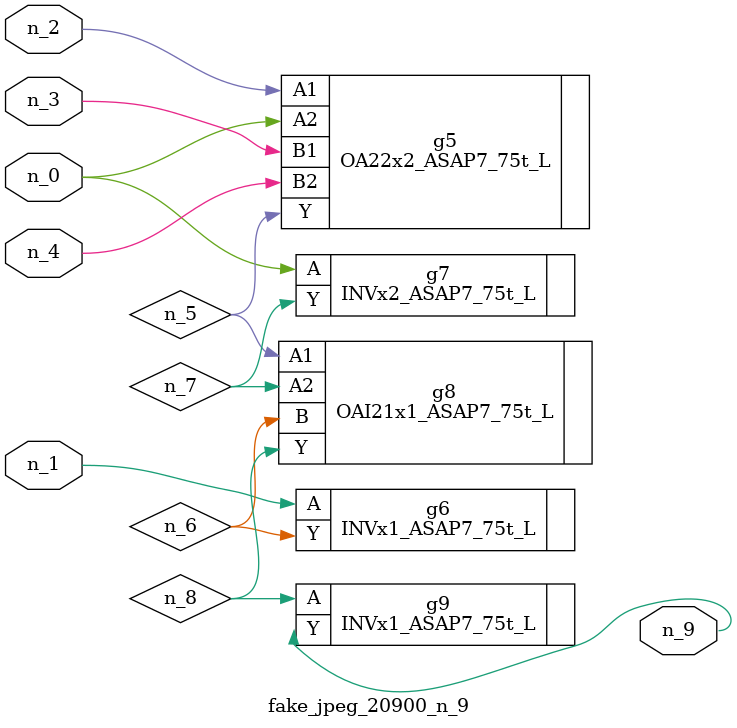
<source format=v>
module fake_jpeg_20900_n_9 (n_3, n_2, n_1, n_0, n_4, n_9);

input n_3;
input n_2;
input n_1;
input n_0;
input n_4;

output n_9;

wire n_8;
wire n_6;
wire n_5;
wire n_7;

OA22x2_ASAP7_75t_L g5 ( 
.A1(n_2),
.A2(n_0),
.B1(n_3),
.B2(n_4),
.Y(n_5)
);

INVx1_ASAP7_75t_L g6 ( 
.A(n_1),
.Y(n_6)
);

INVx2_ASAP7_75t_L g7 ( 
.A(n_0),
.Y(n_7)
);

OAI21x1_ASAP7_75t_L g8 ( 
.A1(n_5),
.A2(n_7),
.B(n_6),
.Y(n_8)
);

INVx1_ASAP7_75t_L g9 ( 
.A(n_8),
.Y(n_9)
);


endmodule
</source>
